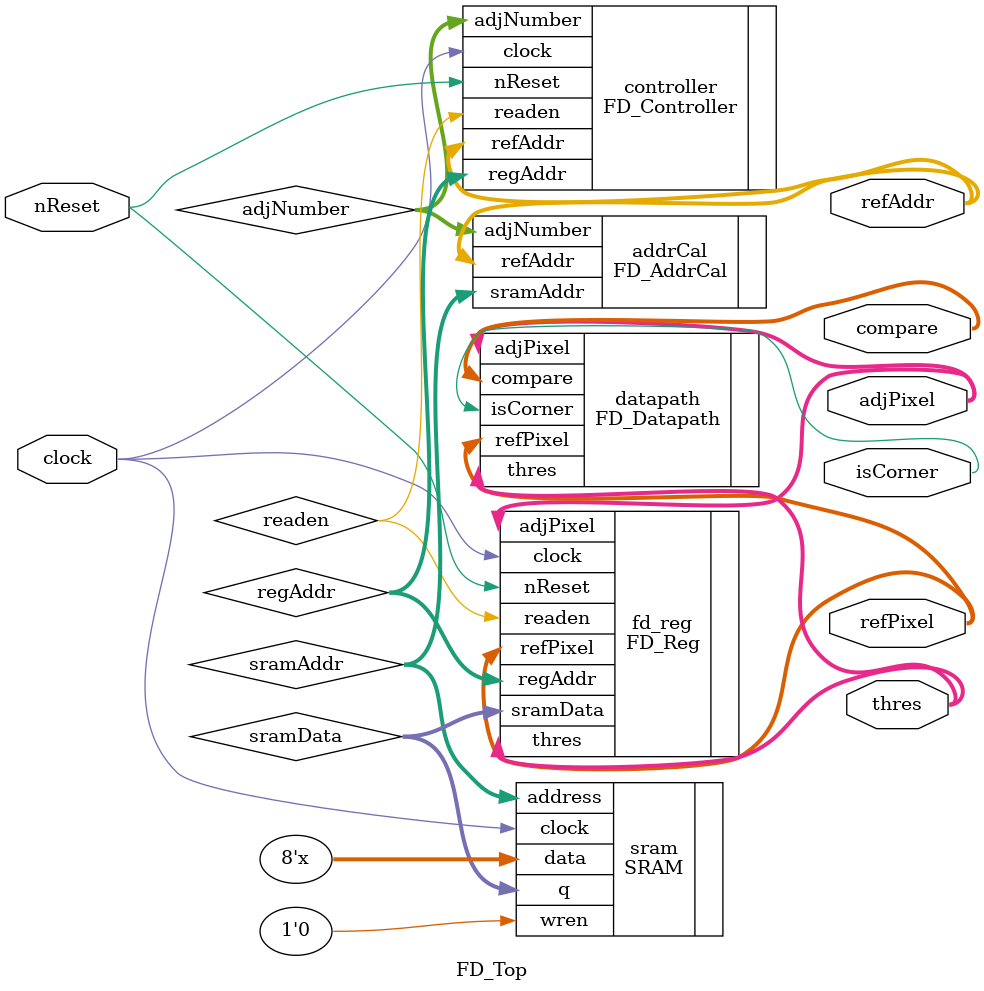
<source format=v>

module FD_Top (clock, nReset, isCorner, refAddr, refPixel, adjPixel, thres, compare);
	input clock;
	input nReset;
	output isCorner; // Corner 확인
	output [14:0] refAddr; // 기준점 주소
	output [7:0] refPixel; // 기준점 데이터
	output [127:0] adjPixel; // 인접한 16개의 점 데이터
	output [7:0] thres; // 임계값
	output [31:0] compare;
	
	wire [4:0] adjNumber; // 1~16개의 인접한 점
	wire [4:0] regAddr; // 레지스터 주소
	wire [14:0] sramAddr; // SRAM 주소
	wire [7:0] sramData; // SRAM Output 데이터
	
	// Controller, 기준점과 인접한 16개의 주소를 얻어, 레지스터에 저장하는 과정을 제어
	FD_Controller controller(
		.clock(clock),
		.nReset(nReset),
		.refAddr(refAddr), 
		.adjNumber(adjNumber),
		.regAddr(regAddr),
		.readen(readen)
	);
	
	// 기준점으로 부터 인접한 16개의 점을 계산
	FD_AddrCal addrCal(
		.refAddr(refAddr),
		.adjNumber(adjNumber),
		.sramAddr(sramAddr)
	);

	// 이미지 데이터가 저장된 SRAM
	SRAM sram(
		.clock(clock),
		.address(sramAddr),
		.data(8'bx),
		.wren(1'b0),
		.q(sramData)
	);

	// 기준점과 인접한 16개의 점을 저장할 레지스터 파일
	FD_Reg fd_reg(
		.clock(clock),
		.nReset(nReset),
		.readen(readen),
		.regAddr(regAddr),
		.sramData(sramData),
		.refPixel(refPixel),
		.adjPixel(adjPixel),
		.thres(thres)
	);
	
	// 레지스터에 저장된 기준점과 인접한 16개의 점의 데이터를 이용하여 코너 확인
	FD_Datapath datapath(
		.refPixel(refPixel),
		.adjPixel(adjPixel),
		.thres(thres),
		.isCorner(isCorner),
		.compare(compare)
	);
endmodule 
</source>
